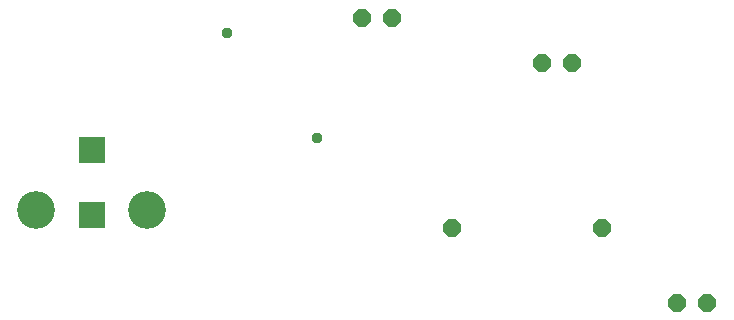
<source format=gbs>
G75*
%MOIN*%
%OFA0B0*%
%FSLAX25Y25*%
%IPPOS*%
%LPD*%
%AMOC8*
5,1,8,0,0,1.08239X$1,22.5*
%
%ADD10OC8,0.06000*%
%ADD11R,0.09068X0.09068*%
%ADD12C,0.12611*%
%ADD13C,0.03778*%
D10*
X0166000Y0056000D03*
X0216000Y0056000D03*
X0241000Y0031000D03*
X0251000Y0031000D03*
X0206000Y0111000D03*
X0196000Y0111000D03*
X0146000Y0126000D03*
X0136000Y0126000D03*
D11*
X0046000Y0060173D03*
X0046000Y0081827D03*
D12*
X0027496Y0061984D03*
X0064504Y0061984D03*
D13*
X0121000Y0086000D03*
X0091000Y0121000D03*
M02*

</source>
